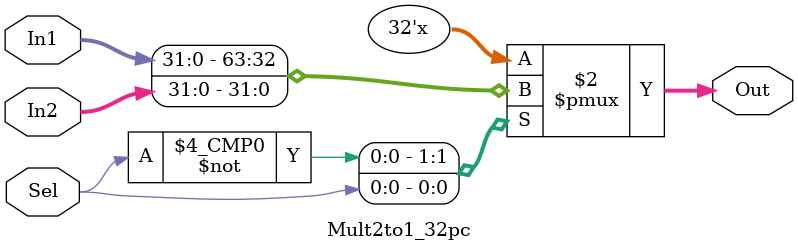
<source format=v>
module Mult2to1_32b (In1,In2,Sel,Out);
	input [31:0] In1, In2;           // two 32-bit inputs
	input Sel; 				 // selector signal 2 bits
	output reg [31:0] Out; 			 // 32-bit output
	always @(Sel,In1, In2)
		case (Sel) 					
			0: Out =  In1;			
			1: Out =  In2;			
		endcase
	// initial 
	// #70 $display("Input for next PC = %d", In1);
endmodule

module Mult2to1_32bB (In1,In2,Sel,Out);
	input [31:0] In1, In2;           // two 32-bit inputs
	input [1:0] Sel; 				 // selector signal 2 bits
	output reg [31:0] Out; 			 // 32-bit output
	always @(Sel)
		case (Sel) 					
			0: Out = In1;			
			1: Out =  In2;			
		endcase
		//initial
		//#900$display("Mux B output: %d", Out);
endmodule

module Mult2to1_32pc (In1,In2,Sel,Out);
	//In1 = PC + 4
	//In2 = branch target
	input [31:0] In1, In2;           // two 32-bit inputs
	input Sel; 				 // selector signal 2 bits
	output reg [31:0] Out; 			 // 32-bit output
	always @(In1, In2, Sel)
		case (Sel) 					
			0: begin				
				Out =  In1;
				//$display("Case 0: Out = %d  In1 = %d", Out, In1);
			end			
			1: begin
				Out =  In2;
			    //$display("Case 1: Out = %d  In2 = %d", Out, In2);
			end			
		endcase		
endmodule

</source>
